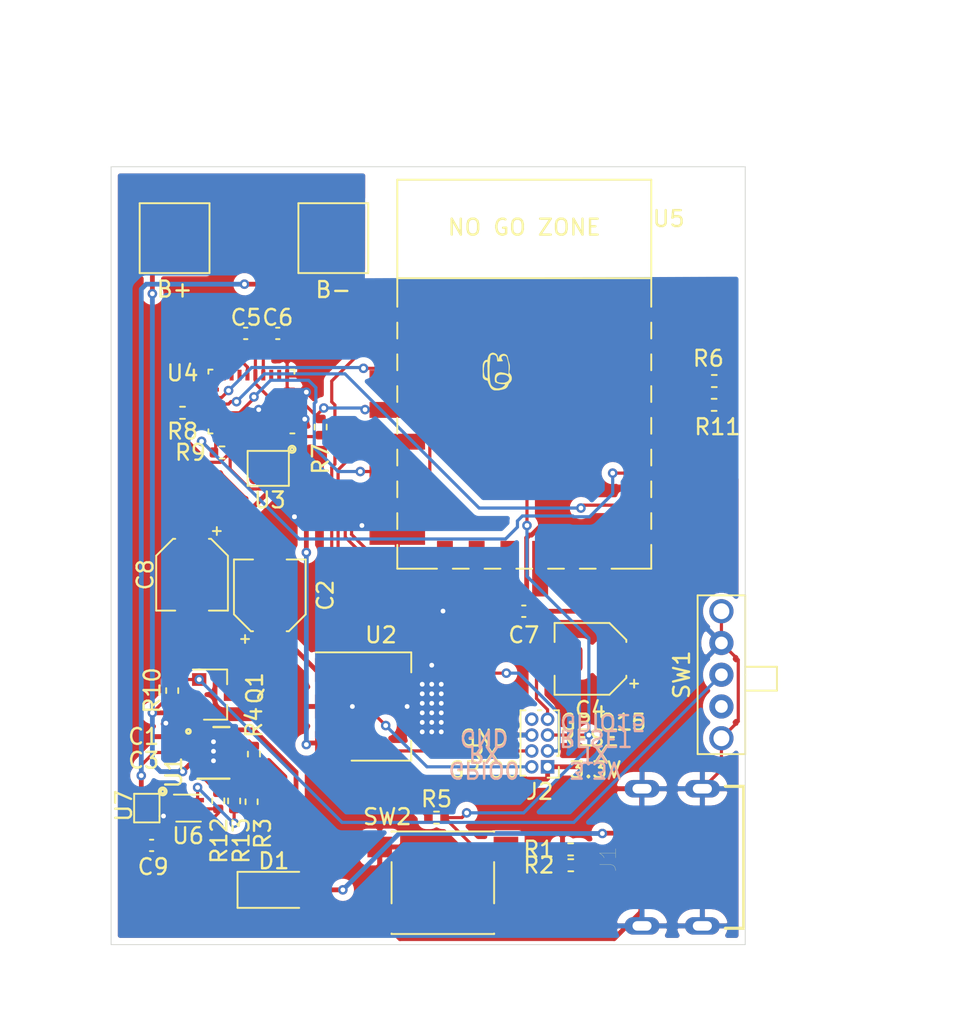
<source format=kicad_pcb>
(kicad_pcb (version 20171130) (host pcbnew "(5.1.9)-1")
  (layers (0 F.Cu signal) (31 B.Cu signal) (34 B.Paste user) (35 F.Paste user) (36 B.SilkS user) (37 F.SilkS user) (38 B.Mask user) (39 F.Mask user) (44 Edge.Cuts user))
  (net 0 "")
  (net 1 5v)
  (net 2 GPIO15)
  (net 3 B+)
  (net 4 3.3v)
  (net 5 "Net-(C6-Pad1)")
  (net 6 "Net-(D1-Pad1)")
  (net 7 "Net-(J1-PadB5)")
  (net 8 "Net-(J1-PadA5)")
  (net 9 GPIO0)
  (net 10 TX)
  (net 11 RX)
  (net 12 RESET)
  (net 13 CH_STAT)
  (net 14 CH_PROG)
  (net 15 "Net-(R6-Pad2)")
  (net 16 BOOTN)
  (net 17 H_SCL)
  (net 18 H_SDA)
  (net 19 "Net-(SW1-Pad1)")
  (net 20 "Net-(U1-Pad7)")
  (net 21 "Net-(U3-Pad3)")
  (net 22 "Net-(U4-Pad1)")
  (net 23 "Net-(U4-Pad24)")
  (net 24 "Net-(U4-Pad23)")
  (net 25 "Net-(U4-Pad22)")
  (net 26 "Net-(U4-Pad21)")
  (net 27 "Net-(U4-Pad7)")
  (net 28 "Net-(U4-Pad8)")
  (net 29 "Net-(U4-Pad12)")
  (net 30 "Net-(U4-Pad13)")
  (net 31 "Net-(U4-Pad14)")
  (net 32 "Net-(U4-Pad15)")
  (net 33 CS)
  (net 34 MOSI)
  (net 35 "Net-(U4-Pad16)")
  (net 36 "Net-(U5-Pad9)")
  (net 37 "Net-(U5-Pad2)")
  (net 38 "Net-(U5-Pad5)")
  (net 39 "Net-(U5-Pad10)")
  (net 40 "Net-(U5-Pad11)")
  (net 41 "Net-(U5-Pad12)")
  (net 42 "Net-(U5-Pad13)")
  (net 43 "Net-(U5-Pad14)")
  (net 44 GND)
  (net 45 "Net-(R11-Pad1)")
  (net 46 REG_IN)
  (net 47 B-)
  (net 48 "Net-(C9-Pad2)")
  (net 49 SW1)
  (net 50 "Net-(R13-Pad2)")
  (net 51 "Net-(U6-Pad3)")
  (net 52 "Net-(U6-Pad2)")
  (net 53 "Net-(U6-Pad1)")
  (module Package_TO_SOT_SMD:SOT-23 (layer F.Cu) (at 38.05 116.25)
    (fp_text reference Q1 (at 2.5 -0.4 90) (layer F.SilkS))
    (fp_text value SSM3J372R)
    (pad 3 smd rect (at 1 0) (size 0.9 0.8) (layers F.Cu F.Paste F.Mask) (net 46 REG_IN))
    (pad 2 smd rect (at -1 0.95) (size 0.9 0.8) (layers F.Cu F.Paste F.Mask) (net 3 B+))
    (pad 1 smd rect (at -1 -0.95) (size 0.9 0.8) (layers F.Cu F.Paste F.Mask) (net 49 SW1))
  )
  (module Capacitor_SMD:CP_Elec_4x4.5 (layer F.Cu) (at 36.6 108.7 270)
    (fp_text reference C8 (at 0 2.95 90) (layer F.SilkS))
    (fp_text value 1uf)
    (pad 2 smd roundrect (at 1.8 0 270) (size 2.6 1.6) (layers F.Cu F.Paste F.Mask) (roundrect_rratio 0.15625) (net 44 GND))
    (pad 1 smd roundrect (at -1.8 0 270) (size 2.6 1.6) (layers F.Cu F.Paste F.Mask) (roundrect_rratio 0.15625) (net 4 3.3v))
  )
  (module Package_DirectFET:4-XFLGA (layer F.Cu) (at 33.75 126.7 180)
    (fp_text reference U7 (at 1.45 3.45 90) (layer F.SilkS))
    (fp_text value CSD85302L)
    (pad 2 smd oval (at 0.26 3.6 180) (size 0.57 0.41) (layers F.Cu F.Paste F.Mask) (net 47 B-))
    (pad 4 smd oval (at -0.25 2.92 180) (size 0.57 0.41) (layers F.Cu F.Paste F.Mask) (net 44 GND))
    (pad 1 smd oval (at -0.41 3.69 180) (size 0.25 0.25) (layers F.Cu F.Paste F.Mask) (net 52 "Net-(U6-Pad2)"))
    (pad 3 smd oval (at 0.41 2.84 180) (size 0.25 0.25) (layers F.Cu F.Paste F.Mask) (net 51 "Net-(U6-Pad3)"))
  )
  (module Package_SON:WSON-6_1.5x1.5mm_P0.5mm (layer F.Cu) (at 36.4 123.4)
    (fp_text reference U6 (at -0.05 1.75 180) (layer F.SilkS))
    (fp_text value BQ297xy)
    (pad 6 smd rect (at 0.575 -0.5 270) (size 0.28 0.75) (layers F.Cu F.Paste F.Mask) (net 50 "Net-(R13-Pad2)"))
    (pad 5 smd rect (at 0.575 0 270) (size 0.28 0.75) (layers F.Cu F.Paste F.Mask) (net 48 "Net-(C9-Pad2)"))
    (pad 4 smd rect (at 0.575 0.5 270) (size 0.28 0.75) (layers F.Cu F.Paste F.Mask) (net 47 B-))
    (pad 3 smd rect (at -0.575 0.5 270) (size 0.28 0.75) (layers F.Cu F.Paste F.Mask) (net 51 "Net-(U6-Pad3)"))
    (pad 2 smd rect (at -0.575 0 270) (size 0.28 0.75) (layers F.Cu F.Paste F.Mask) (net 52 "Net-(U6-Pad2)"))
    (pad 1 smd rect (at -0.525 -0.5 270) (size 0.28 0.85) (layers F.Cu F.Paste F.Mask) (net 53 "Net-(U6-Pad1)"))
  )
  (module Resistor_SMD:R_0402_1005Metric (layer F.Cu) (at 39.25 122.95 270)
    (fp_text reference R13 (at 2.5 -0.45 90) (layer F.SilkS))
    (fp_text value 2.2k)
    (pad 2 smd roundrect (at 0.51 0 270) (size 0.54 0.64) (layers F.Cu F.Paste F.Mask) (net 50 "Net-(R13-Pad2)"))
    (pad 1 smd roundrect (at -0.51 0 270) (size 0.54 0.64) (layers F.Cu F.Paste F.Mask) (net 44 GND))
  )
  (module Resistor_SMD:R_0402_1005Metric (layer F.Cu) (at 38.25 122.94 90)
    (fp_text reference R12 (at -2.51 0.05 90) (layer F.SilkS))
    (fp_text value 330)
    (pad 2 smd roundrect (at 0.51 0 90) (size 0.54 0.64) (layers F.Cu F.Paste F.Mask) (net 3 B+))
    (pad 1 smd roundrect (at -0.51 0 90) (size 0.54 0.64) (layers F.Cu F.Paste F.Mask) (net 48 "Net-(C9-Pad2)"))
  )
  (module Capacitor_SMD:C_0402_1005Metric (layer F.Cu) (at 34.05 125.75)
    (fp_text reference C9 (at 0.1 1.35) (layer F.SilkS))
    (fp_text value 100nf)
    (pad 2 smd roundrect (at 0.48 0) (size 0.56 0.62) (layers F.Cu F.Paste F.Mask) (net 48 "Net-(C9-Pad2)"))
    (pad 1 smd roundrect (at -0.48 0) (size 0.56 0.62) (layers F.Cu F.Paste F.Mask) (net 47 B-))
  )
  (module TestPoint:amugus (layer B.Cu) (at 55.71 96.12)
    (fp_text reference G*** hide)
    (fp_text value amugus hide)
  )
  (module Package_DFN_QFN:DFN-8-1EP_2x3mm_P0.5mm_EP0.61x2.2mm (layer F.Cu) (at 37.95 119.92)
    (fp_text reference U1 (at -2.5 1.23 90) (layer F.SilkS))
    (fp_text value MCP73832-2-OT)
    (pad 1 smd rect (at -0.925 -0.75) (size 0.7 0.25) (layers F.Cu F.Paste F.Mask) (net 1 5v))
    (pad 2 smd rect (at -0.925 -0.25) (size 0.7 0.25) (layers F.Cu F.Paste F.Mask) (net 1 5v))
    (pad 3 smd rect (at -0.925 0.25) (size 0.7 0.25) (layers F.Cu F.Paste F.Mask) (net 3 B+))
    (pad 4 smd rect (at -0.925 0.75) (size 0.7 0.25) (layers F.Cu F.Paste F.Mask) (net 3 B+))
    (pad 5 smd rect (at 0.925 0.75) (size 0.7 0.25) (layers F.Cu F.Paste F.Mask) (net 13 CH_STAT))
    (pad 6 smd rect (at 0.925 0.25) (size 0.7 0.25) (layers F.Cu F.Paste F.Mask) (net 44 GND))
    (pad 7 smd rect (at 0.925 -0.25) (size 0.7 0.25) (layers F.Cu F.Paste F.Mask) (net 20 "Net-(U1-Pad7)"))
    (pad 8 smd rect (at 0.925 -0.75) (size 0.7 0.25) (layers F.Cu F.Paste F.Mask) (net 14 CH_PROG))
    (pad 9 smd rect (at 0 0) (size 0.61 2.2) (layers F.Cu F.Mask) (net 44 GND))
    (pad 9 thru_hole circle (at 0 -0.7) (size 0.6 0.6) (drill 0.3) (layers *.Cu *.Mask) (net 44 GND))
    (pad 9 thru_hole circle (at 0 -0.1) (size 0.6 0.6) (drill 0.3) (layers *.Cu *.Mask) (net 44 GND))
    (pad 9 thru_hole circle (at 0 0.5) (size 0.6 0.6) (drill 0.3) (layers *.Cu *.Mask) (net 44 GND))
  )
  (module Package_TO_SOT_SMD:SOT-223-3_TabPin2 (layer F.Cu) (at 48.5 117)
    (fp_text reference U2 (at 0 -4.5) (layer F.SilkS))
    (fp_text value TC1108-3.3)
    (pad 2 smd rect (at 3.15 0) (size 2 3.8) (layers F.Cu F.Paste F.Mask) (net 44 GND))
    (pad 2 smd rect (at -3.15 0) (size 2 1.5) (layers F.Cu F.Paste F.Mask) (net 44 GND))
    (pad 3 smd rect (at -3.15 2.3) (size 2 1.5) (layers F.Cu F.Paste F.Mask) (net 4 3.3v))
    (pad 1 smd rect (at -3.15 -2.3) (size 2 1.5) (layers F.Cu F.Paste F.Mask) (net 46 REG_IN))
    (pad 2 thru_hole circle (at 2.6 -1.4) (size 0.6 0.6) (drill 0.3) (layers *.Cu *.Mask) (net 44 GND))
    (pad 2 thru_hole circle (at 3.2 -1.4) (size 0.6 0.6) (drill 0.3) (layers *.Cu *.Mask) (net 44 GND))
    (pad 2 thru_hole circle (at 3.8 -1.4) (size 0.6 0.6) (drill 0.3) (layers *.Cu *.Mask) (net 44 GND))
    (pad 2 thru_hole circle (at 3.8 -0.8) (size 0.6 0.6) (drill 0.3) (layers *.Cu *.Mask) (net 44 GND))
    (pad 2 thru_hole circle (at 3.2 -0.8) (size 0.6 0.6) (drill 0.3) (layers *.Cu *.Mask) (net 44 GND))
    (pad 2 thru_hole circle (at 2.6 -0.8) (size 0.6 0.6) (drill 0.3) (layers *.Cu *.Mask) (net 44 GND))
    (pad 2 thru_hole circle (at 2.6 -0.2) (size 0.6 0.6) (drill 0.3) (layers *.Cu *.Mask) (net 44 GND))
    (pad 2 thru_hole circle (at 3.2 -0.2) (size 0.6 0.6) (drill 0.3) (layers *.Cu *.Mask) (net 44 GND))
    (pad 2 thru_hole circle (at 3.8 -0.2) (size 0.6 0.6) (drill 0.3) (layers *.Cu *.Mask) (net 44 GND))
    (pad 2 thru_hole circle (at 2.6 0.4) (size 0.6 0.6) (drill 0.3) (layers *.Cu *.Mask) (net 44 GND))
    (pad 2 thru_hole circle (at 3.2 0.4) (size 0.6 0.6) (drill 0.3) (layers *.Cu *.Mask) (net 44 GND))
    (pad 2 thru_hole circle (at 3.8 0.4) (size 0.6 0.6) (drill 0.3) (layers *.Cu *.Mask) (net 44 GND))
    (pad 2 thru_hole circle (at 2.6 1) (size 0.6 0.6) (drill 0.3) (layers *.Cu *.Mask) (net 44 GND))
    (pad 2 thru_hole circle (at 3.2 1) (size 0.6 0.6) (drill 0.3) (layers *.Cu *.Mask) (net 44 GND))
    (pad 2 thru_hole circle (at 3.8 1) (size 0.6 0.6) (drill 0.3) (layers *.Cu *.Mask) (net 44 GND))
    (pad 2 thru_hole circle (at 2.6 1.6) (size 0.6 0.6) (drill 0.3) (layers *.Cu *.Mask) (net 44 GND))
    (pad 2 thru_hole circle (at 3.2 1.6) (size 0.6 0.6) (drill 0.3) (layers *.Cu *.Mask) (net 44 GND))
    (pad 2 thru_hole circle (at 3.8 1.6) (size 0.6 0.6) (drill 0.3) (layers *.Cu *.Mask) (net 44 GND))
  )
  (module TestPoint:TestPoint_Pad_4.0x4.0mm (layer F.Cu) (at 45.5 87.5)
    (fp_text reference B- (at 0 3.25) (layer F.SilkS))
    (fp_text value TestPoint_Pad_4.0x4.0mm)
    (pad 1 smd rect (at 0 0) (size 4 4) (layers F.Cu F.Mask) (net 47 B-))
  )
  (module TestPoint:TestPoint_Pad_4.0x4.0mm (layer F.Cu) (at 35.5 87.5)
    (fp_text reference B+ (at 0 3.22) (layer F.SilkS))
    (fp_text value TestPoint_Pad_4.0x4.0mm)
    (pad 1 smd rect (at 0 0) (size 4 4) (layers F.Cu F.Mask) (net 3 B+))
  )
  (module Module:esp-12f (layer F.Cu) (at 49.53 83.82)
    (fp_text reference U5 (at 17.1 2.46) (layer F.SilkS))
    (fp_text value ESP-12F)
    (fp_text user "NO GO ZONE" (at 8 3) (layer F.SilkS))
    (pad 15 smd rect (at 0 22.5 90) (size 1 3.5) (layers F.Cu F.Paste F.Mask) (net 44 GND))
    (pad 3 smd rect (at 16 12.5 270) (size 1 3.5) (layers F.Cu F.Paste F.Mask) (net 15 "Net-(R6-Pad2)"))
    (pad 9 smd rect (at 13 24.5) (size 1 3.5) (layers F.Cu F.Paste F.Mask) (net 36 "Net-(U5-Pad9)"))
    (pad 2 smd rect (at 16 10.5 270) (size 1 3.5) (layers F.Cu F.Paste F.Mask) (net 37 "Net-(U5-Pad2)"))
    (pad 1 smd rect (at 16 8.5 270) (size 1 3.5) (layers F.Cu F.Paste F.Mask) (net 12 RESET))
    (pad 4 smd rect (at 16 14.5 270) (size 1 3.5) (layers F.Cu F.Paste F.Mask) (net 45 "Net-(R11-Pad1)"))
    (pad 5 smd rect (at 16 16.5 270) (size 1 3.5) (layers F.Cu F.Paste F.Mask) (net 38 "Net-(U5-Pad5)"))
    (pad 6 smd rect (at 16 18.5 270) (size 1 3.5) (layers F.Cu F.Paste F.Mask) (net 18 H_SDA))
    (pad 7 smd rect (at 16 20.5 270) (size 1 3.5) (layers F.Cu F.Paste F.Mask) (net 33 CS))
    (pad 8 smd rect (at 16 22.5 270) (size 1 3.5) (layers F.Cu F.Paste F.Mask) (net 4 3.3v))
    (pad 10 smd rect (at 11 24.5) (size 1 3.5) (layers F.Cu F.Paste F.Mask) (net 39 "Net-(U5-Pad10)"))
    (pad 11 smd rect (at 9 24.5) (size 1 3.5) (layers F.Cu F.Paste F.Mask) (net 40 "Net-(U5-Pad11)"))
    (pad 12 smd rect (at 7 24.5) (size 1 3.5) (layers F.Cu F.Paste F.Mask) (net 41 "Net-(U5-Pad12)"))
    (pad 13 smd rect (at 5 24.5) (size 1 3.5) (layers F.Cu F.Paste F.Mask) (net 42 "Net-(U5-Pad13)"))
    (pad 14 smd rect (at 3 24.5) (size 1 3.5) (layers F.Cu F.Paste F.Mask) (net 43 "Net-(U5-Pad14)"))
    (pad 16 smd rect (at 0 20.5 90) (size 1 3.5) (layers F.Cu F.Paste F.Mask) (net 2 GPIO15))
    (pad 17 smd rect (at 0 18.5 90) (size 1 3.5) (layers F.Cu F.Paste F.Mask) (net 17 H_SCL))
    (pad 18 smd rect (at 0 16.5 90) (size 1 3.5) (layers F.Cu F.Paste F.Mask) (net 9 GPIO0))
    (pad 19 smd rect (at 0 14.5 90) (size 1 3.5) (layers F.Cu F.Paste F.Mask) (net 16 BOOTN))
    (pad 20 smd rect (at 0 12.5 90) (size 1 3.5) (layers F.Cu F.Paste F.Mask) (net 34 MOSI))
    (pad 21 smd rect (at 0 10.5 90) (size 1 3.5) (layers F.Cu F.Paste F.Mask) (net 11 RX))
    (pad 22 smd rect (at 0 8.5 90) (size 1 3.5) (layers F.Cu F.Paste F.Mask) (net 10 TX))
  )
  (module Capacitor_SMD:C_0201_0603Metric (layer F.Cu) (at 35.205 118.9 180)
    (fp_text reference C1 (at 1.655 0) (layer F.SilkS))
    (fp_text value 4.7uf)
    (pad 1 smd roundrect (at -0.32 0 180) (size 0.46 0.4) (layers F.Cu F.Mask) (net 1 5v))
    (pad 2 smd roundrect (at 0.32 0 180) (size 0.46 0.4) (layers F.Cu F.Mask) (net 44 GND))
  )
  (module Capacitor_SMD:CP_Elec_4x4.5 (layer F.Cu) (at 41.5 110 90)
    (fp_text reference C2 (at 0 3.5 90) (layer F.SilkS))
    (fp_text value 1uf)
    (pad 2 smd roundrect (at 1.8 0 90) (size 2.6 1.6) (layers F.Cu F.Paste F.Mask) (roundrect_rratio 0.15625) (net 44 GND))
    (pad 1 smd roundrect (at -1.8 0 90) (size 2.6 1.6) (layers F.Cu F.Paste F.Mask) (roundrect_rratio 0.15625) (net 46 REG_IN))
  )
  (module Capacitor_SMD:C_0201_0603Metric (layer F.Cu) (at 35.23 119.9)
    (fp_text reference C3 (at -1.68 0.5) (layer F.SilkS))
    (fp_text value 4.7uf)
    (pad 2 smd roundrect (at 0.32 0) (size 0.46 0.4) (layers F.Cu F.Mask) (net 3 B+))
    (pad 1 smd roundrect (at -0.32 0) (size 0.46 0.4) (layers F.Cu F.Mask) (net 47 B-))
  )
  (module Capacitor_SMD:CP_Elec_4x4.5 (layer F.Cu) (at 61.7 114 180)
    (fp_text reference C4 (at 0 -3.2) (layer F.SilkS))
    (fp_text value 1uf)
    (pad 1 smd roundrect (at -1.8 0 180) (size 2.6 1.6) (layers F.Cu F.Paste F.Mask) (roundrect_rratio 0.15625) (net 4 3.3v))
    (pad 2 smd roundrect (at 1.8 0 180) (size 2.6 1.6) (layers F.Cu F.Paste F.Mask) (roundrect_rratio 0.15625) (net 44 GND))
  )
  (module Capacitor_SMD:C_0402_1005Metric (layer F.Cu) (at 39.98 93.5 180)
    (fp_text reference C5 (at -0.02 1) (layer F.SilkS))
    (fp_text value 100nf)
    (pad 1 smd roundrect (at -0.48 0 180) (size 0.56 0.62) (layers F.Cu F.Paste F.Mask) (net 4 3.3v))
    (pad 2 smd roundrect (at 0.48 0 180) (size 0.56 0.62) (layers F.Cu F.Paste F.Mask) (net 44 GND))
  )
  (module Capacitor_SMD:C_0402_1005Metric (layer F.Cu) (at 42 93.5)
    (fp_text reference C6 (at 0 -1) (layer F.SilkS))
    (fp_text value 100nf)
    (pad 1 smd roundrect (at -0.48 0) (size 0.56 0.62) (layers F.Cu F.Paste F.Mask) (net 5 "Net-(C6-Pad1)"))
    (pad 2 smd roundrect (at 0.48 0) (size 0.56 0.62) (layers F.Cu F.Paste F.Mask) (net 44 GND))
  )
  (module Capacitor_SMD:C_0402_1005Metric (layer F.Cu) (at 57.5 111)
    (fp_text reference C7 (at 0 1.5) (layer F.SilkS))
    (fp_text value 100nf)
    (pad 2 smd roundrect (at 0.48 0) (size 0.56 0.62) (layers F.Cu F.Paste F.Mask) (net 4 3.3v))
    (pad 1 smd roundrect (at -0.48 0) (size 0.56 0.62) (layers F.Cu F.Paste F.Mask) (net 44 GND))
  )
  (module Diode_SMD:D_1206_3216Metric (layer F.Cu) (at 41.75 128.55)
    (fp_text reference D1 (at 0 -1.82) (layer F.SilkS))
    (fp_text value c-stat)
    (pad 1 smd roundrect (at -1.4 0) (size 1.25 1.75) (layers F.Cu F.Paste F.Mask) (roundrect_rratio 0.2) (net 6 "Net-(D1-Pad1)"))
    (pad 2 smd roundrect (at 1.4 0) (size 1.25 1.75) (layers F.Cu F.Paste F.Mask) (roundrect_rratio 0.2) (net 1 5v))
  )
  (module Connector_USB:GCT_USB4125-GF-A_REVA (layer F.Cu) (at 64.95 126.5 90)
    (fp_text reference J1 (at -0.125 -2.135 90) (layer F.SilkS) (effects (font (thickness 0.015))))
    (fp_text value USB4125-GF-A_REVA)
    (pad S4 thru_hole oval (at 4.32 3.8 90) (size 1.1 2.2) (drill oval 0.6 1.2) (layers *.Cu *.Mask) (net 44 GND))
    (pad S3 thru_hole oval (at -4.32 3.8 90) (size 1.1 2.2) (drill oval 0.6 1.2) (layers *.Cu *.Mask) (net 44 GND))
    (pad S2 thru_hole oval (at 4.32 0 90) (size 1.1 2.2) (drill oval 0.6 1.2) (layers *.Cu *.Mask) (net 44 GND))
    (pad S1 thru_hole oval (at -4.32 0 90) (size 1.1 2.2) (drill oval 0.6 1.2) (layers *.Cu *.Mask) (net 44 GND))
    (pad B5 smd rect (at 0.5 -0.08 90) (size 0.7 1.2) (layers F.Cu F.Paste F.Mask) (net 7 "Net-(J1-PadB5)"))
    (pad A5 smd rect (at -0.5 -0.08 90) (size 0.7 1.2) (layers F.Cu F.Paste F.Mask) (net 8 "Net-(J1-PadA5)"))
    (pad A9 smd rect (at 1.52 -0.08 90) (size 0.76 1.2) (layers F.Cu F.Paste F.Mask) (net 1 5v))
    (pad B9 smd rect (at -1.52 -0.08 90) (size 0.76 1.2) (layers F.Cu F.Paste F.Mask) (net 1 5v))
    (pad A12 smd rect (at 2.75 -0.08 90) (size 0.8 1.2) (layers F.Cu F.Paste F.Mask) (net 44 GND))
    (pad B12 smd rect (at -2.75 -0.08 90) (size 0.8 1.2) (layers F.Cu F.Paste F.Mask) (net 44 GND))
  )
  (module Connector_PinHeader_1.00mm:PinHeader_2x04_P1.00mm_Vertical (layer F.Cu) (at 59 120.8 180)
    (fp_text reference J2 (at 0.5 -1.56) (layer F.SilkS))
    (fp_text value "esp program")
    (pad 1 thru_hole rect (at 0 0 180) (size 0.85 0.85) (drill 0.5) (layers *.Cu *.Mask) (net 4 3.3v))
    (pad 2 thru_hole oval (at 1 0 180) (size 0.85 0.85) (drill 0.5) (layers *.Cu *.Mask) (net 9 GPIO0))
    (pad 3 thru_hole oval (at 0 1 180) (size 0.85 0.85) (drill 0.5) (layers *.Cu *.Mask) (net 10 TX))
    (pad 4 thru_hole oval (at 1 1 180) (size 0.85 0.85) (drill 0.5) (layers *.Cu *.Mask) (net 11 RX))
    (pad 5 thru_hole oval (at 0 2 180) (size 0.85 0.85) (drill 0.5) (layers *.Cu *.Mask) (net 12 RESET))
    (pad 6 thru_hole oval (at 1 2 180) (size 0.85 0.85) (drill 0.5) (layers *.Cu *.Mask) (net 44 GND))
    (pad 7 thru_hole oval (at 0 3 180) (size 0.85 0.85) (drill 0.5) (layers *.Cu *.Mask) (net 2 GPIO15))
    (pad 8 thru_hole oval (at 1 3 180) (size 0.85 0.85) (drill 0.5) (layers *.Cu *.Mask))
  )
  (module Resistor_SMD:R_0402_1005Metric (layer F.Cu) (at 60.45 126 180)
    (fp_text reference R1 (at 2 0) (layer F.SilkS))
    (fp_text value 5.1k)
    (pad 2 smd roundrect (at 0.51 0 180) (size 0.54 0.64) (layers F.Cu F.Paste F.Mask) (net 44 GND))
    (pad 1 smd roundrect (at -0.51 0 180) (size 0.54 0.64) (layers F.Cu F.Paste F.Mask) (net 7 "Net-(J1-PadB5)"))
  )
  (module Resistor_SMD:R_0402_1005Metric (layer F.Cu) (at 60.46 127 180)
    (fp_text reference R2 (at 2.01 0) (layer F.SilkS))
    (fp_text value 5.1k)
    (pad 1 smd roundrect (at -0.51 0 180) (size 0.54 0.64) (layers F.Cu F.Paste F.Mask) (net 8 "Net-(J1-PadA5)"))
    (pad 2 smd roundrect (at 0.51 0 180) (size 0.54 0.64) (layers F.Cu F.Paste F.Mask) (net 44 GND))
  )
  (module Resistor_SMD:R_0402_1005Metric (layer F.Cu) (at 40.35 123 270)
    (fp_text reference R3 (at 2 -0.7 90) (layer F.SilkS))
    (fp_text value 470)
    (pad 1 smd roundrect (at -0.51 0 270) (size 0.54 0.64) (layers F.Cu F.Paste F.Mask) (net 13 CH_STAT))
    (pad 2 smd roundrect (at 0.51 0 270) (size 0.54 0.64) (layers F.Cu F.Paste F.Mask) (net 6 "Net-(D1-Pad1)"))
  )
  (module Resistor_SMD:R_0402_1005Metric (layer F.Cu) (at 40.5 120 90)
    (fp_text reference R4 (at 2 0 90) (layer F.SilkS))
    (fp_text value 2k)
    (pad 2 smd roundrect (at 0.51 0 90) (size 0.54 0.64) (layers F.Cu F.Paste F.Mask) (net 14 CH_PROG))
    (pad 1 smd roundrect (at -0.51 0 90) (size 0.54 0.64) (layers F.Cu F.Paste F.Mask) (net 44 GND))
  )
  (module Resistor_SMD:R_0402_1005Metric (layer F.Cu) (at 52 124)
    (fp_text reference R5 (at 0 -1.17) (layer F.SilkS))
    (fp_text value 10k)
    (pad 2 smd roundrect (at 0.51 0) (size 0.54 0.64) (layers F.Cu F.Paste F.Mask) (net 12 RESET))
    (pad 1 smd roundrect (at -0.51 0) (size 0.54 0.64) (layers F.Cu F.Paste F.Mask) (net 4 3.3v))
  )
  (module Resistor_SMD:R_0402_1005Metric (layer F.Cu) (at 69.5 96.5 180)
    (fp_text reference R6 (at 0.37 1.42) (layer F.SilkS))
    (fp_text value 10k)
    (pad 1 smd roundrect (at -0.51 0 180) (size 0.54 0.64) (layers F.Cu F.Paste F.Mask) (net 4 3.3v))
    (pad 2 smd roundrect (at 0.51 0 180) (size 0.54 0.64) (layers F.Cu F.Paste F.Mask) (net 15 "Net-(R6-Pad2)"))
  )
  (module Resistor_SMD:R_0402_1005Metric (layer F.Cu) (at 44.7 99.4 90)
    (fp_text reference R7 (at -2.01 0 90) (layer F.SilkS))
    (fp_text value 2.2k)
    (pad 2 smd roundrect (at 0.51 0 90) (size 0.54 0.64) (layers F.Cu F.Paste F.Mask) (net 16 BOOTN))
    (pad 1 smd roundrect (at -0.51 0 90) (size 0.54 0.64) (layers F.Cu F.Paste F.Mask) (net 4 3.3v))
  )
  (module Resistor_SMD:R_0402_1005Metric (layer F.Cu) (at 36 98.5 180)
    (fp_text reference R8 (at 0 -1.17) (layer F.SilkS))
    (fp_text value 2.2k)
    (pad 1 smd roundrect (at -0.51 0 180) (size 0.54 0.64) (layers F.Cu F.Paste F.Mask) (net 17 H_SCL))
    (pad 2 smd roundrect (at 0.51 0 180) (size 0.54 0.64) (layers F.Cu F.Paste F.Mask) (net 4 3.3v))
  )
  (module Resistor_SMD:R_0402_1005Metric (layer F.Cu) (at 38.49 101)
    (fp_text reference R9 (at -1.99 0) (layer F.SilkS))
    (fp_text value 2.2k)
    (pad 1 smd roundrect (at -0.51 0) (size 0.54 0.64) (layers F.Cu F.Paste F.Mask) (net 18 H_SDA))
    (pad 2 smd roundrect (at 0.51 0) (size 0.54 0.64) (layers F.Cu F.Paste F.Mask) (net 4 3.3v))
  )
  (module Resistor_SMD:R_0402_1005Metric (layer F.Cu) (at 35.35 116 270)
    (fp_text reference R10 (at -0.01 1.26 90) (layer F.SilkS))
    (fp_text value 10k)
    (pad 1 smd roundrect (at -0.51 0 270) (size 0.54 0.64) (layers F.Cu F.Paste F.Mask) (net 49 SW1))
    (pad 2 smd roundrect (at 0.51 0 270) (size 0.54 0.64) (layers F.Cu F.Paste F.Mask) (net 3 B+))
  )
  (module Resistor_SMD:R_0402_1005Metric (layer F.Cu) (at 69.49 98)
    (fp_text reference R11 (at 0.21 1.39) (layer F.SilkS))
    (fp_text value 10k)
    (pad 2 smd roundrect (at 0.51 0) (size 0.54 0.64) (layers F.Cu F.Paste F.Mask) (net 44 GND))
    (pad 1 smd roundrect (at -0.51 0) (size 0.54 0.64) (layers F.Cu F.Paste F.Mask) (net 45 "Net-(R11-Pad1)"))
  )
  (module Button_Switch_THT:A107673 (layer F.Cu) (at 66.95 115 90)
    (fp_text reference SW1 (at 0 0.5 90) (layer F.SilkS))
    (fp_text value SW_SPDT)
    (pad 1 thru_hole circle (at -2 3 90) (size 1.524 1.524) (drill 0.8) (layers *.Cu *.Mask) (net 19 "Net-(SW1-Pad1)"))
    (pad 2 thru_hole circle (at 0 3 90) (size 1.524 1.524) (drill 0.8) (layers *.Cu *.Mask) (net 49 SW1))
    (pad 3 thru_hole circle (at 2 3 90) (size 1.524 1.524) (drill 0.8) (layers *.Cu *.Mask) (net 44 GND))
    (pad 4 thru_hole circle (at 4 3 90) (size 1.524 1.524) (drill 1) (layers *.Cu *.Mask) (net 44 GND))
    (pad 5 thru_hole circle (at -4 3 90) (size 1.524 1.524) (drill 1) (layers *.Cu *.Mask) (net 44 GND))
  )
  (module Button_Switch_SMD:SW_Push_1P1T_NO_6x6mm_H9.5mm (layer F.Cu) (at 52.4 128.1)
    (fp_text reference SW2 (at -3.5 -4.15) (layer F.SilkS))
    (fp_text value SW_MEC_5E)
    (pad 2 smd rect (at -3.975 2.25) (size 1.55 1.3) (layers F.Cu F.Paste F.Mask) (net 44 GND))
    (pad 1 smd rect (at -3.975 -2.25) (size 1.55 1.3) (layers F.Cu F.Paste F.Mask) (net 44 GND))
    (pad 3 smd rect (at 3.975 -2.25) (size 1.55 1.3) (layers F.Cu F.Paste F.Mask) (net 12 RESET))
    (pad 4 smd rect (at 3.975 2.25) (size 1.55 1.3) (layers F.Cu F.Paste F.Mask) (net 12 RESET))
  )
  (module Oscillator:kc2016 (layer F.Cu) (at 42 103 180)
    (fp_text reference U3 (at 0.5 -1) (layer F.SilkS))
    (fp_text value "KC2016 @ 32.768MHZ")
    (pad 1 smd rect (at -0.3 1.6 180) (size 0.6 0.8) (layers F.Cu F.Paste F.Mask) (net 4 3.3v))
    (pad 2 smd oval (at 1.5 1.6 180) (size 0.6 0.8) (layers F.Cu F.Paste F.Mask) (net 44 GND))
    (pad 4 smd oval (at -0.3 0.4 180) (size 0.6 0.8) (layers F.Cu F.Paste F.Mask) (net 4 3.3v))
    (pad 3 smd oval (at 1.5 0.4 180) (size 0.6 0.8) (layers F.Cu F.Paste F.Mask) (net 21 "Net-(U3-Pad3)"))
  )
  (module Package_LGA:LGA-28_5.2x3.8mm_P0.5mm (layer F.Cu) (at 40.34 97.79 180)
    (fp_text reference U4 (at 4.34 1.79) (layer F.SilkS))
    (fp_text value BNO085)
    (pad 19 smd rect (at 2.3875 -0.75 270) (size 0.254 0.675) (layers F.Cu F.Paste F.Mask) (net 17 H_SCL))
    (pad 6 smd rect (at -2.25 1.6625 180) (size 0.254 0.675) (layers F.Cu F.Paste F.Mask) (net 44 GND))
    (pad 2 smd rect (at -2.3875 -0.75 270) (size 0.254 0.675) (layers F.Cu F.Paste F.Mask) (net 44 GND))
    (pad 1 smd rect (at -2.25 -1.6625 180) (size 0.254 0.675) (layers F.Cu F.Paste F.Mask) (net 22 "Net-(U4-Pad1)"))
    (pad 3 smd rect (at -2.3875 -0.25 270) (size 0.254 0.675) (layers F.Cu F.Paste F.Mask) (net 4 3.3v))
    (pad 4 smd rect (at -2.3875 0.25 270) (size 0.254 0.675) (layers F.Cu F.Paste F.Mask) (net 16 BOOTN))
    (pad 5 smd rect (at -2.3875 0.75 270) (size 0.254 0.675) (layers F.Cu F.Paste F.Mask) (net 44 GND))
    (pad 28 smd rect (at -1.75 -1.6625 180) (size 0.254 0.675) (layers F.Cu F.Paste F.Mask) (net 4 3.3v))
    (pad 27 smd rect (at -1.25 -1.6625 180) (size 0.254 0.675) (layers F.Cu F.Paste F.Mask) (net 21 "Net-(U3-Pad3)"))
    (pad 26 smd rect (at -0.75 -1.6625 180) (size 0.254 0.675) (layers F.Cu F.Paste F.Mask) (net 4 3.3v))
    (pad 25 smd rect (at -0.25 -1.6625 180) (size 0.254 0.675) (layers F.Cu F.Paste F.Mask) (net 44 GND))
    (pad 24 smd rect (at 0.25 -1.6625 180) (size 0.254 0.675) (layers F.Cu F.Paste F.Mask) (net 23 "Net-(U4-Pad24)"))
    (pad 23 smd rect (at 0.75 -1.6625 180) (size 0.254 0.675) (layers F.Cu F.Paste F.Mask) (net 24 "Net-(U4-Pad23)"))
    (pad 22 smd rect (at 1.25 -1.6625 180) (size 0.254 0.675) (layers F.Cu F.Paste F.Mask) (net 25 "Net-(U4-Pad22)"))
    (pad 21 smd rect (at 1.75 -1.6625 180) (size 0.254 0.675) (layers F.Cu F.Paste F.Mask) (net 26 "Net-(U4-Pad21)"))
    (pad 20 smd rect (at 2.25 -1.6625 180) (size 0.254 0.675) (layers F.Cu F.Paste F.Mask) (net 18 H_SDA))
    (pad 7 smd rect (at -1.75 1.6625 180) (size 0.254 0.675) (layers F.Cu F.Paste F.Mask) (net 27 "Net-(U4-Pad7)"))
    (pad 8 smd rect (at -1.25 1.6625 180) (size 0.254 0.675) (layers F.Cu F.Paste F.Mask) (net 28 "Net-(U4-Pad8)"))
    (pad 9 smd rect (at -0.75 1.6625 180) (size 0.254 0.675) (layers F.Cu F.Paste F.Mask) (net 5 "Net-(C6-Pad1)"))
    (pad 10 smd rect (at -0.25 1.6625 180) (size 0.254 0.675) (layers F.Cu F.Paste F.Mask) (net 4 3.3v))
    (pad 11 smd rect (at 0.25 1.6625 180) (size 0.254 0.675) (layers F.Cu F.Paste F.Mask) (net 12 RESET))
    (pad 12 smd rect (at 0.75 1.6625 180) (size 0.254 0.675) (layers F.Cu F.Paste F.Mask) (net 29 "Net-(U4-Pad12)"))
    (pad 13 smd rect (at 1.25 1.6625 180) (size 0.254 0.675) (layers F.Cu F.Paste F.Mask) (net 30 "Net-(U4-Pad13)"))
    (pad 14 smd rect (at 1.75 1.6625 180) (size 0.254 0.675) (layers F.Cu F.Paste F.Mask) (net 31 "Net-(U4-Pad14)"))
    (pad 15 smd rect (at 2.25 1.6625 180) (size 0.254 0.675) (layers F.Cu F.Paste F.Mask) (net 32 "Net-(U4-Pad15)"))
    (pad 18 smd rect (at 2.3875 -0.25 270) (size 0.254 0.675) (layers F.Cu F.Paste F.Mask) (net 33 CS))
    (pad 17 smd rect (at 2.3875 0.25 270) (size 0.254 0.675) (layers F.Cu F.Paste F.Mask) (net 34 MOSI))
    (pad 16 smd rect (at 2.3875 0.75 270) (size 0.254 0.675) (layers F.Cu F.Paste F.Mask) (net 35 "Net-(U4-Pad16)"))
  )
  (gr_circle (center 36.37 118.57) (end 36.5 118.49) (layer F.SilkS) (width 0.12))
  (gr_circle (center 36.37 118.57) (end 36.38 118.53) (layer F.SilkS) (width 0.12))
  (gr_line (start 71.45 83) (end 31.5 83) (layer Edge.Cuts) (width 0.05))
  (gr_line (start 31.5 132) (end 71.45 132) (layer Edge.Cuts) (width 0.05))
  (gr_text GND (at 55 119) (layer F.SilkS) (effects (font (size 1 1))))
  (gr_text RX (at 55 120) (layer F.SilkS) (effects (font (size 1 1))))
  (gr_text GPIO0 (at 55 121) (layer F.SilkS) (effects (font (size 1 1))))
  (gr_text GPIO15 (at 62.5 118) (layer F.SilkS) (effects (font (size 1 1))))
  (gr_text RESET (at 62 119) (layer F.SilkS) (effects (font (size 1 1))))
  (gr_text TX (at 62 120) (layer F.SilkS) (effects (font (size 1 1))))
  (gr_text 3.3V (at 62 121) (layer F.SilkS) (effects (font (size 1 1))))
  (gr_text GPIO15 (at 62.5 118 180) (layer B.SilkS) (effects (font (size 1 1)) (justify mirror)))
  (gr_text RESET (at 62 119 180) (layer B.SilkS) (effects (font (size 1 1)) (justify mirror)))
  (gr_text TX (at 62 120 180) (layer B.SilkS) (effects (font (size 1 1)) (justify mirror)))
  (gr_text 3.3V (at 62 121 180) (layer B.SilkS) (effects (font (size 1 1)) (justify mirror)))
  (gr_text GND (at 55 119 180) (layer B.SilkS) (effects (font (size 1 1)) (justify mirror)))
  (gr_text RX (at 55 120 180) (layer B.SilkS) (effects (font (size 1 1)) (justify mirror)))
  (gr_text GPIO0 (at 55 121 180) (layer B.SilkS) (effects (font (size 1 1)) (justify mirror)))
  (gr_line (start 31.5 83) (end 31.5 132) (layer Edge.Cuts) (width 0.05))
  (gr_line (start 71.45 83) (end 71.45 132) (layer Edge.Cuts) (width 0.05))
  (via (at 43.8 97.2) (size 0.6) (drill 0.3) (layers F.Cu B.Cu) (net 44))
  (via (at 40.8 98.3) (size 0.6) (drill 0.3) (layers F.Cu B.Cu) (net 44))
  (via (at 43.7 98.9) (size 0.6) (drill 0.3) (layers F.Cu B.Cu) (net 44))
  (via (at 44.9 98.2) (size 0.6) (drill 0.3) (layers F.Cu B.Cu) (net 16))
  (via (at 47.4 95.7) (size 0.6) (drill 0.3) (layers F.Cu B.Cu) (net 34))
  (via (at 36 121.1) (size 0.6) (drill 0.3) (layers F.Cu B.Cu) (net 3))
  (via (at 57.7 105.6) (size 0.6) (drill 0.3) (layers F.Cu B.Cu) (net 12))
  (via (at 61.1 104.5) (size 0.6) (drill 0.3) (layers F.Cu B.Cu) (net 33))
  (via (at 34.1 91) (size 0.6) (drill 0.3) (layers F.Cu B.Cu) (net 3))
  (via (at 53.9 123.7) (size 0.6) (drill 0.3) (layers F.Cu B.Cu) (net 12))
  (via (at 48.8 118.2) (size 0.6) (drill 0.3) (layers F.Cu B.Cu) (net 9))
  (segment (start 65.67 124.98) (end 64.87 124.98) (width 0.2) (layer F.Cu) (net 1))
  (segment (start 65.770001 125.080001) (end 65.67 124.98) (width 0.2) (layer F.Cu) (net 1))
  (segment (start 65.770001 127.590001) (end 65.770001 125.080001) (width 0.2) (layer F.Cu) (net 1))
  (segment (start 65.340002 128.02) (end 65.770001 127.590001) (width 0.2) (layer F.Cu) (net 1))
  (segment (start 64.87 128.02) (end 65.340002 128.02) (width 0.2) (layer F.Cu) (net 1))
  (segment (start 62.47 124.98) (end 62.45 125) (width 0.3) (layer F.Cu) (net 1))
  (segment (start 64.87 124.98) (end 62.47 124.98) (width 0.3) (layer F.Cu) (net 1))
  (segment (start 62.45 125) (end 62.45 125) (width 0.3) (layer B.Cu) (net 1))
  (segment (start 37.025 119.17) (end 37.025 119.67) (width 0.3) (layer F.Cu) (net 1))
  (via (at 62.45 125) (size 0.6) (drill 0.3) (layers F.Cu B.Cu) (net 1))
  (segment (start 46.649999 106.164001) (end 52.285998 111.8) (width 0.2) (layer F.Cu) (net 2))
  (segment (start 46.649999 105.250001) (end 46.649999 106.164001) (width 0.2) (layer F.Cu) (net 2))
  (segment (start 47.58 104.32) (end 46.649999 105.250001) (width 0.2) (layer F.Cu) (net 2))
  (segment (start 49.53 104.32) (end 47.58 104.32) (width 0.2) (layer F.Cu) (net 2))
  (segment (start 52.285998 111.8) (end 56 111.8) (width 0.2) (layer F.Cu) (net 2))
  (segment (start 56 111.8) (end 58.3 114.1) (width 0.2) (layer F.Cu) (net 2))
  (segment (start 59 117.19896) (end 59 117.8) (width 0.2) (layer F.Cu) (net 2))
  (segment (start 58.3 116.49896) (end 59 117.19896) (width 0.2) (layer F.Cu) (net 2))
  (segment (start 58.3 114.1) (end 58.3 116.49896) (width 0.2) (layer F.Cu) (net 2))
  (segment (start 34 89) (end 35.5 87.5) (width 0.3) (layer F.Cu) (net 3))
  (segment (start 34.1 88.9) (end 35.5 87.5) (width 0.3) (layer F.Cu) (net 3))
  (segment (start 34.1 91) (end 34.1 88.9) (width 0.3) (layer F.Cu) (net 3))
  (segment (start 37.025 120.67) (end 37.025 120.17) (width 0.3) (layer F.Cu) (net 3))
  (segment (start 36.43 120.67) (end 36 121.1) (width 0.3) (layer F.Cu) (net 3))
  (segment (start 37.025 120.67) (end 36.43 120.67) (width 0.3) (layer F.Cu) (net 3))
  (segment (start 34.611998 121.1) (end 34.099999 120.588001) (width 0.3) (layer B.Cu) (net 3))
  (segment (start 34.099999 120.588001) (end 34.1 117.4) (width 0.3) (layer B.Cu) (net 3))
  (segment (start 36 121.1) (end 34.611998 121.1) (width 0.3) (layer B.Cu) (net 3))
  (segment (start 42.09 101.19) (end 42.09 99.4525) (width 0.2) (layer F.Cu) (net 4))
  (segment (start 42.3 101.4) (end 42.09 101.19) (width 0.2) (layer F.Cu) (net 4))
  (segment (start 42.222998 98.04) (end 42.7275 98.04) (width 0.2) (layer F.Cu) (net 4))
  (segment (start 42.089999 98.172999) (end 42.222998 98.04) (width 0.2) (layer F.Cu) (net 4))
  (segment (start 42.09 99.4525) (end 42.089999 98.172999) (width 0.2) (layer F.Cu) (net 4))
  (segment (start 41.09 98.915) (end 41.09 99.4525) (width 0.2) (layer F.Cu) (net 4))
  (segment (start 41.190001 98.814999) (end 41.09 98.915) (width 0.2) (layer F.Cu) (net 4))
  (segment (start 41.989999 98.814999) (end 41.190001 98.814999) (width 0.2) (layer F.Cu) (net 4))
  (segment (start 42.09 98.915) (end 41.989999 98.814999) (width 0.2) (layer F.Cu) (net 4))
  (segment (start 42.09 99.4525) (end 42.09 98.915) (width 0.2) (layer F.Cu) (net 4))
  (segment (start 40.59 96.665) (end 40.59 96.1275) (width 0.2) (layer F.Cu) (net 4))
  (segment (start 41.965 98.04) (end 40.59 96.665) (width 0.2) (layer F.Cu) (net 4))
  (segment (start 42.7275 98.04) (end 41.965 98.04) (width 0.2) (layer F.Cu) (net 4))
  (segment (start 40.59 93.63) (end 40.46 93.5) (width 0.2) (layer F.Cu) (net 4))
  (segment (start 40.59 96.1275) (end 40.59 93.63) (width 0.2) (layer F.Cu) (net 4))
  (segment (start 41.59999 103.30001) (end 42.3 102.6) (width 0.2) (layer F.Cu) (net 4))
  (segment (start 40.251468 103.30001) (end 41.59999 103.30001) (width 0.2) (layer F.Cu) (net 4))
  (segment (start 39 102.048542) (end 40.251468 103.30001) (width 0.2) (layer F.Cu) (net 4))
  (segment (start 39 101) (end 39 102.048542) (width 0.2) (layer F.Cu) (net 4))
  (segment (start 35.49 99.445198) (end 35.49 98.5) (width 0.2) (layer F.Cu) (net 4))
  (segment (start 37.664812 101.62001) (end 35.49 99.445198) (width 0.2) (layer F.Cu) (net 4))
  (segment (start 38.37999 101.62001) (end 37.664812 101.62001) (width 0.2) (layer F.Cu) (net 4))
  (segment (start 39 101) (end 38.37999 101.62001) (width 0.2) (layer F.Cu) (net 4))
  (segment (start 45.35 119.3) (end 46.79 119.3) (width 0.2) (layer F.Cu) (net 4))
  (segment (start 65.53 108.110002) (end 65.53 106.32) (width 0.2) (layer F.Cu) (net 4))
  (segment (start 43.7 100) (end 42.3 101.4) (width 0.2) (layer F.Cu) (net 4))
  (segment (start 44.5 100) (end 43.7 100) (width 0.2) (layer F.Cu) (net 4))
  (segment (start 42.3 102.6) (end 42.3 101.4) (width 0.2) (layer F.Cu) (net 4))
  (segment (start 62.826998 114) (end 63.5 114) (width 0.2) (layer F.Cu) (net 4))
  (segment (start 59 120.8) (end 59.073002 120.8) (width 0.2) (layer F.Cu) (net 4))
  (segment (start 63.5 114) (end 63.5 112) (width 0.2) (layer F.Cu) (net 4))
  (segment (start 66.320002 106.32) (end 65.53 106.32) (width 0.2) (layer F.Cu) (net 4))
  (segment (start 70.57001 102.069992) (end 66.320002 106.32) (width 0.2) (layer F.Cu) (net 4))
  (segment (start 70.57001 97.06001) (end 70.57001 102.069992) (width 0.2) (layer F.Cu) (net 4))
  (segment (start 70.01 96.5) (end 70.57001 97.06001) (width 0.2) (layer F.Cu) (net 4))
  (segment (start 63.5 119.3) (end 63.5 114) (width 0.2) (layer F.Cu) (net 4))
  (segment (start 43.8 107.3) (end 43.8 107.3) (width 0.2) (layer B.Cu) (net 4))
  (segment (start 49.925001 122.435001) (end 51.49 124) (width 0.2) (layer F.Cu) (net 4))
  (segment (start 49.925001 121.525001) (end 49.925001 122.435001) (width 0.2) (layer F.Cu) (net 4))
  (segment (start 45.35 119.3) (end 47.7 119.3) (width 0.3) (layer F.Cu) (net 4))
  (segment (start 47.7 119.3) (end 49.925001 121.525001) (width 0.3) (layer F.Cu) (net 4))
  (segment (start 59 121.525) (end 59 120.8) (width 0.3) (layer F.Cu) (net 4))
  (segment (start 58.949999 121.575001) (end 59 121.525) (width 0.3) (layer F.Cu) (net 4))
  (segment (start 57.627999 121.575001) (end 58.949999 121.575001) (width 0.3) (layer F.Cu) (net 4))
  (segment (start 57.577999 121.525001) (end 57.627999 121.575001) (width 0.3) (layer F.Cu) (net 4))
  (segment (start 49.925001 121.525001) (end 57.577999 121.525001) (width 0.3) (layer F.Cu) (net 4))
  (segment (start 59 120.8) (end 62 120.8) (width 0.3) (layer F.Cu) (net 4))
  (segment (start 63.4 114.1) (end 63.5 114) (width 0.3) (layer F.Cu) (net 4))
  (segment (start 63.4 119.4) (end 63.4 114.1) (width 0.3) (layer F.Cu) (net 4))
  (segment (start 62 120.8) (end 63.4 119.4) (width 0.3) (layer F.Cu) (net 4))
  (segment (start 63.4 119.4) (end 63.5 119.3) (width 0.3) (layer F.Cu) (net 4))
  (segment (start 65.53 109.97) (end 65.53 106.32) (width 0.3) (layer F.Cu) (net 4))
  (segment (start 63.5 112) (end 65.53 109.97) (width 0.3) (layer F.Cu) (net 4))
  (segment (start 65.53 108.200002) (end 65.53 108.110002) (width 0.3) (layer F.Cu) (net 4))
  (segment (start 62.730002 111) (end 65.53 108.200002) (width 0.3) (layer F.Cu) (net 4))
  (segment (start 57.98 111) (end 62.730002 111) (width 0.3) (layer F.Cu) (net 4))
  (segment (start 43.9 119.3) (end 43.8 119.4) (width 0.3) (layer F.Cu) (net 4))
  (segment (start 45.35 119.3) (end 43.9 119.3) (width 0.3) (layer F.Cu) (net 4))
  (segment (start 43.8 119.4) (end 43.8 119.4) (width 0.3) (layer B.Cu) (net 4))
  (segment (start 43.8 104.1) (end 42.3 102.6) (width 0.3) (layer F.Cu) (net 4))
  (segment (start 43.8 107.3) (end 43.8 104.1) (width 0.3) (layer F.Cu) (net 4))
  (segment (start 38.2 106.7) (end 36.5 106.7) (width 0.3) (layer F.Cu) (net 4))
  (segment (start 42.3 102.6) (end 38.2 106.7) (width 0.3) (layer F.Cu) (net 4))
  (segment (start 43.8 119.4) (end 43.8 107.3) (width 0.3) (layer B.Cu) (net 4))
  (via (at 43.8 119.4) (size 0.6) (drill 0.3) (layers F.Cu B.Cu) (net 4))
  (segment (start 43.8 107.3) (end 43.8 107.3) (width 0.2) (layer B.Cu) (net 4))
  (via (at 43.8 107.3) (size 0.6) (drill 0.3) (layers F.Cu B.Cu) (net 4))
  (segment (start 41.09 93.93) (end 41.09 96.1275) (width 0.2) (layer F.Cu) (net 5))
  (segment (start 41.52 93.5) (end 41.09 93.93) (width 0.2) (layer F.Cu) (net 5))
  (segment (start 63.52 126.01) (end 63.51 126) (width 0.2) (layer F.Cu) (net 7))
  (segment (start 64.87 126) (end 60.96 126) (width 0.2) (layer F.Cu) (net 7))
  (segment (start 64.87 127) (end 60.97 127) (width 0.2) (layer F.Cu) (net 8))
  (segment (start 47.58 100.32) (end 45.8 102.1) (width 0.2) (layer F.Cu) (net 9))
  (segment (start 49.53 100.32) (end 47.58 100.32) (width 0.2) (layer F.Cu) (net 9))
  (segment (start 45.8 112.2943) (end 48.1 114.5943) (width 0.2) (layer F.Cu) (net 9))
  (segment (start 45.8 102.1) (end 45.8 112.2943) (width 0.2) (layer F.Cu) (net 9))
  (segment (start 48.1 117.5) (end 48.8 118.2) (width 0.2) (layer F.Cu) (net 9))
  (segment (start 48.1 114.5943) (end 48.1 117.5) (width 0.2) (layer F.Cu) (net 9))
  (segment (start 51.4 120.8) (end 48.8 118.2) (width 0.2) (layer B.Cu) (net 9))
  (segment (start 58 120.8) (end 51.4 120.8) (width 0.2) (layer B.Cu) (net 9))
  (segment (start 46.249989 104.810009) (end 46.249989 106.32969) (width 0.2) (layer F.Cu) (net 10))
  (segment (start 47.539999 103.519999) (end 46.249989 104.810009) (width 0.2) (layer F.Cu) (net 10))
  (segment (start 46.249989 106.32969) (end 54.820299 114.9) (width 0.2) (layer F.Cu) (net 10))
  (segment (start 51.120003 103.519999) (end 47.539999 103.519999) (width 0.2) (layer F.Cu) (net 10))
  (segment (start 51.580001 103.060001) (end 51.120003 103.519999) (width 0.2) (layer F.Cu) (net 10))
  (segment (start 51.580001 92.420001) (end 51.580001 103.060001) (width 0.2) (layer F.Cu) (net 10))
  (segment (start 51.48 92.32) (end 51.580001 92.420001) (width 0.2) (layer F.Cu) (net 10))
  (segment (start 49.53 92.32) (end 51.48 92.32) (width 0.2) (layer F.Cu) (net 10))
  (segment (start 54.820299 114.9) (end 56.4 114.9) (width 0.2) (layer F.Cu) (net 10))
  (segment (start 56.4 114.9) (end 56.4 114.9) (width 0.2) (layer F.Cu) (net 10))
  (segment (start 59.60104 119.8) (end 59 119.8) (width 0.2) (layer B.Cu) (net 10))
  (segment (start 59.725001 119.676039) (end 59.60104 119.8) (width 0.2) (layer B.Cu) (net 10))
  (segment (start 59.725001 117.451999) (end 59.725001 119.676039) (width 0.2) (layer B.Cu) (net 10))
  (segment (start 57.173002 114.9) (end 59.725001 117.451999) (width 0.2) (layer B.Cu) (net 10))
  (segment (start 56.4 114.9) (end 56.4 114.9) (width 0.2) (layer B.Cu) (net 10))
  (segment (start 56.4 114.9) (end 57.173002 114.9) (width 0.2) (layer B.Cu) (net 10))
  (via (at 56.4 114.9) (size 0.6) (drill 0.3) (layers F.Cu B.Cu) (net 10))
  (segment (start 47.650001 118.449999) (end 49.000002 119.8) (width 0.2) (layer F.Cu) (net 11))
  (segment (start 47.650001 114.709999) (end 47.650001 118.449999) (width 0.2) (layer F.Cu) (net 11))
  (segment (start 49.000002 119.8) (end 58 119.8) (width 0.2) (layer F.Cu) (net 11))
  (segment (start 45.4 112.459998) (end 47.650001 114.709999) (width 0.2) (layer F.Cu) (net 11))
  (segment (start 47.58 94.32) (end 45.4 96.5) (width 0.2) (layer F.Cu) (net 11))
  (segment (start 49.53 94.32) (end 47.58 94.32) (width 0.2) (layer F.Cu) (net 11))
  (segment (start 45.4 101.934301) (end 45.4 112.459998) (width 0.2) (layer F.Cu) (net 11))
  (segment (start 45.6 101.734301) (end 45.4 101.934301) (width 0.2) (layer F.Cu) (net 11))
  (segment (start 45.6 98.011998) (end 45.6 101.734301) (width 0.2) (layer F.Cu) (net 11))
  (segment (start 45.4 97.811998) (end 45.6 98.011998) (width 0.2) (layer F.Cu) (net 11))
  (segment (start 45.4 96.5) (end 45.4 97.811998) (width 0.2) (layer F.Cu) (net 11))
  (segment (start 56.375 130.35) (end 56.375 125.85) (width 0.2) (layer F.Cu) (net 12))
  (segment (start 52.475 124.035) (end 52.51 124) (width 0.2) (layer F.Cu) (net 12))
  (segment (start 59 118.8) (end 60.4 118.8) (width 0.2) (layer F.Cu) (net 12))
  (segment (start 52.61 123.9) (end 52.51 124) (width 0.2) (layer F.Cu) (net 12))
  (segment (start 64.729999 91.519999) (end 65.53 92.32) (width 0.2) (layer F.Cu) (net 12))
  (segment (start 40.547731 91.519999) (end 64.729999 91.519999) (width 0.2) (layer F.Cu) (net 12))
  (segment (start 38.91999 94.452988) (end 38.91999 93.14774) (width 0.2) (layer F.Cu) (net 12))
  (segment (start 40.09 95.622998) (end 38.91999 94.452988) (width 0.2) (layer F.Cu) (net 12))
  (segment (start 38.91999 93.14774) (end 40.547731 91.519999) (width 0.2) (layer F.Cu) (net 12))
  (segment (start 40.09 96.1275) (end 40.09 95.622998) (width 0.2) (layer F.Cu) (net 12))
  (segment (start 61.6 118.8) (end 61.6 119.590002) (width 0.2) (layer B.Cu) (net 12))
  (segment (start 60.4 118.8) (end 61.6 118.8) (width 0.2) (layer F.Cu) (net 12))
  (segment (start 53.6 124) (end 53.9 123.7) (width 0.2) (layer F.Cu) (net 12))
  (segment (start 52.51 124) (end 53.6 124) (width 0.2) (layer F.Cu) (net 12))
  (segment (start 57.490002 123.7) (end 61.6 119.590002) (width 0.2) (layer B.Cu) (net 12))
  (segment (start 53.9 123.7) (end 57.490002 123.7) (width 0.2) (layer B.Cu) (net 12))
  (segment (start 57.7 108.8) (end 57.7 105.4) (width 0.2) (layer B.Cu) (net 12))
  (segment (start 61.6 112.7) (end 57.7 108.8) (width 0.2) (layer B.Cu) (net 12))
  (segment (start 61.6 118.8) (end 61.6 118.8) (width 0.2) (layer B.Cu) (net 12))
  (segment (start 63.58 92.32) (end 65.53 92.32) (width 0.2) (layer F.Cu) (net 12))
  (segment (start 57.7 98.2) (end 63.58 92.32) (width 0.2) (layer F.Cu) (net 12))
  (segment (start 57.7 105.6) (end 57.7 98.2) (width 0.2) (layer F.Cu) (net 12))
  (segment (start 61.6 118.8) (end 61.6 112.7) (width 0.2) (layer B.Cu) (net 12))
  (via (at 61.6 118.8) (size 0.6) (drill 0.3) (layers F.Cu B.Cu) (net 12))
  (segment (start 40.18 119.17) (end 40.5 119.49) (width 0.2) (layer F.Cu) (net 14))
  (segment (start 38.875 119.17) (end 40.18 119.17) (width 0.2) (layer F.Cu) (net 14))
  (segment (start 65.71 96.5) (end 65.53 96.32) (width 0.2) (layer F.Cu) (net 15))
  (segment (start 68.99 96.5) (end 65.71 96.5) (width 0.2) (layer F.Cu) (net 15))
  (segment (start 44.5 98.775) (end 44.5 98.98) (width 0.2) (layer F.Cu) (net 16))
  (segment (start 43.265 97.54) (end 44.5 98.775) (width 0.2) (layer F.Cu) (net 16))
  (segment (start 42.7275 97.54) (end 43.265 97.54) (width 0.2) (layer F.Cu) (net 16))
  (segment (start 44.5 98.98) (end 44.52 98.98) (width 0.2) (layer F.Cu) (net 16))
  (segment (start 47.5 98.3) (end 47.5 98.3) (width 0.2) (layer B.Cu) (net 16))
  (segment (start 49.51 98.3) (end 49.53 98.32) (width 0.2) (layer F.Cu) (net 16))
  (segment (start 47.5 98.3) (end 49.51 98.3) (width 0.2) (layer F.Cu) (net 16))
  (via (at 47.5 98.3) (size 0.6) (drill 0.3) (layers F.Cu B.Cu) (net 16))
  (segment (start 44.5 98.6) (end 44.9 98.2) (width 0.2) (layer F.Cu) (net 16))
  (segment (start 44.5 98.98) (end 44.5 98.6) (width 0.2) (layer F.Cu) (net 16))
  (segment (start 47.4 98.2) (end 47.5 98.3) (width 0.2) (layer B.Cu) (net 16))
  (segment (start 44.9 98.2) (end 47.4 98.2) (width 0.2) (layer B.Cu) (net 16))
  (segment (start 37.9125 98.5) (end 37.9525 98.54) (width 0.2) (layer F.Cu) (net 17))
  (segment (start 36.51 98.5) (end 37.9125 98.5) (width 0.2) (layer F.Cu) (net 17))
  (segment (start 49.41 102.2) (end 49.53 102.32) (width 0.2) (layer F.Cu) (net 17))
  (segment (start 47.2 102.2) (end 49.41 102.2) (width 0.2) (layer F.Cu) (net 17))
  (segment (start 47.2 102.2) (end 47.2 102.2) (width 0.2) (layer B.Cu) (net 17))
  (via (at 47.2 102.2) (size 0.6) (drill 0.3) (layers F.Cu B.Cu) (net 17))
  (segment (start 38.09 100.89) (end 37.98 101) (width 0.2) (layer F.Cu) (net 18))
  (segment (start 38.09 99.4525) (end 38.09 100.89) (width 0.2) (layer F.Cu) (net 18))
  (segment (start 65.51 102.3) (end 65.53 102.32) (width 0.2) (layer F.Cu) (net 18))
  (segment (start 63.1 102.3) (end 65.51 102.3) (width 0.2) (layer F.Cu) (net 18))
  (segment (start 37.9 101) (end 37.2 100.3) (width 0.2) (layer F.Cu) (net 18))
  (segment (start 37.98 101) (end 37.9 101) (width 0.2) (layer F.Cu) (net 18))
  (segment (start 37.2 100.3) (end 37.2 100.3) (width 0.2) (layer B.Cu) (net 18))
  (segment (start 63.1 102.3) (end 63.1 102.3) (width 0.2) (layer B.Cu) (net 18))
  (via (at 63.1 102.3) (size 0.6) (drill 0.3) (layers F.Cu B.Cu) (net 18))
  (via (at 37.2 100.3) (size 0.6) (drill 0.3) (layers F.Cu B.Cu) (net 18))
  (segment (start 61.649999 105.050001) (end 63.1 103.6) (width 0.2) (layer B.Cu) (net 18))
  (segment (start 60.585997 104.999999) (end 60.635999 105.050001) (width 0.2) (layer B.Cu) (net 18))
  (segment (start 57.411999 104.999999) (end 60.585997 104.999999) (width 0.2) (layer B.Cu) (net 18))
  (segment (start 57.099999 105.311999) (end 57.411999 104.999999) (width 0.2) (layer B.Cu) (net 18))
  (segment (start 60.635999 105.050001) (end 61.649999 105.050001) (width 0.2) (layer B.Cu) (net 18))
  (segment (start 57.099999 105.700001) (end 57.099999 105.311999) (width 0.2) (layer B.Cu) (net 18))
  (segment (start 56.349999 106.450001) (end 57.099999 105.700001) (width 0.2) (layer B.Cu) (net 18))
  (segment (start 63.1 103.6) (end 63.1 102.3) (width 0.2) (layer B.Cu) (net 18))
  (segment (start 43.350001 106.450001) (end 56.349999 106.450001) (width 0.2) (layer B.Cu) (net 18))
  (segment (start 37.2 100.3) (end 43.350001 106.450001) (width 0.2) (layer B.Cu) (net 18))
  (segment (start 41.59 101.51) (end 41.59 99.4525) (width 0.2) (layer F.Cu) (net 21))
  (segment (start 40.5 102.6) (end 41.59 101.51) (width 0.2) (layer F.Cu) (net 21))
  (segment (start 38.457002 98.04) (end 37.9525 98.04) (width 0.2) (layer F.Cu) (net 33))
  (segment (start 38.547003 97.949999) (end 38.457002 98.04) (width 0.2) (layer F.Cu) (net 33))
  (segment (start 38.896448 97.949999) (end 38.547003 97.949999) (width 0.2) (layer F.Cu) (net 33))
  (segment (start 39.046447 97.8) (end 38.896448 97.949999) (width 0.2) (layer F.Cu) (net 33))
  (segment (start 39.4 97.8) (end 39.046447 97.8) (width 0.2) (layer F.Cu) (net 33))
  (segment (start 65.35 104.5) (end 65.53 104.32) (width 0.2) (layer F.Cu) (net 33))
  (segment (start 46.235987 96.049989) (end 54.685998 104.5) (width 0.2) (layer B.Cu) (net 33))
  (segment (start 41.150011 96.049989) (end 46.235987 96.049989) (width 0.2) (layer B.Cu) (net 33))
  (segment (start 39.4 97.8) (end 39.4 97.8) (width 0.2) (layer B.Cu) (net 33))
  (segment (start 39.4 97.8) (end 41.150011 96.049989) (width 0.2) (layer B.Cu) (net 33))
  (via (at 39.4 97.8) (size 0.6) (drill 0.3) (layers F.Cu B.Cu) (net 33))
  (segment (start 61.28 104.32) (end 61.1 104.5) (width 0.2) (layer F.Cu) (net 33))
  (segment (start 65.53 104.32) (end 61.28 104.32) (width 0.2) (layer F.Cu) (net 33))
  (segment (start 61.1 104.5) (end 54.685998 104.5) (width 0.2) (layer B.Cu) (net 33))
  (segment (start 37.9925 97.5) (end 37.9525 97.54) (width 0.2) (layer F.Cu) (net 34))
  (segment (start 38.46 97.54) (end 37.9525 97.54) (width 0.2) (layer F.Cu) (net 34))
  (segment (start 38.9 97.1) (end 38.46 97.54) (width 0.2) (layer F.Cu) (net 34))
  (segment (start 38.9 97.1) (end 38.9 97.1) (width 0.2) (layer B.Cu) (net 34))
  (segment (start 49.51 96.3) (end 49.53 96.32) (width 0.2) (layer F.Cu) (net 34))
  (via (at 38.9 97.1) (size 0.6) (drill 0.3) (layers F.Cu B.Cu) (net 34))
  (segment (start 47.349979 95.649979) (end 47.4 95.7) (width 0.2) (layer B.Cu) (net 34))
  (segment (start 40.350021 95.649979) (end 47.349979 95.649979) (width 0.2) (layer B.Cu) (net 34))
  (segment (start 38.9 97.1) (end 40.350021 95.649979) (width 0.2) (layer B.Cu) (net 34))
  (segment (start 48.91 95.7) (end 49.53 96.32) (width 0.2) (layer F.Cu) (net 34))
  (segment (start 47.4 95.7) (end 48.91 95.7) (width 0.2) (layer F.Cu) (net 34))
  (segment (start 40.59 101.31) (end 40.5 101.4) (width 0.2) (layer F.Cu) (net 44))
  (segment (start 40.59 99.4525) (end 40.59 101.31) (width 0.2) (layer F.Cu) (net 44))
  (segment (start 42.59 96.9025) (end 42.7275 97.04) (width 0.2) (layer F.Cu) (net 44))
  (segment (start 42.59 96.1275) (end 42.59 96.9025) (width 0.2) (layer F.Cu) (net 44))
  (segment (start 42.59 93.61) (end 42.48 93.5) (width 0.2) (layer F.Cu) (net 44))
  (segment (start 42.59 96.1275) (end 42.59 93.61) (width 0.2) (layer F.Cu) (net 44))
  (segment (start 41.86999 92.88999) (end 42.48 93.5) (width 0.2) (layer F.Cu) (net 44))
  (segment (start 40.11001 92.88999) (end 41.86999 92.88999) (width 0.2) (layer F.Cu) (net 44))
  (segment (start 39.5 93.5) (end 40.11001 92.88999) (width 0.2) (layer F.Cu) (net 44))
  (segment (start 40.6 99.4425) (end 40.59 99.4525) (width 0.2) (layer F.Cu) (net 44))
  (segment (start 43.05 105.05) (end 43 105.1) (width 0.2) (layer B.Cu) (net 44))
  (via (at 43.05 105.05) (size 0.5) (drill 0.3) (layers F.Cu B.Cu) (net 44))
  (segment (start 69.95 111) (end 69.95 113) (width 0.2) (layer F.Cu) (net 44))
  (segment (start 71.012001 117.937999) (end 69.95 119) (width 0.2) (layer F.Cu) (net 44))
  (segment (start 71.012001 114.062001) (end 71.012001 117.937999) (width 0.2) (layer F.Cu) (net 44))
  (segment (start 69.95 113) (end 71.012001 114.062001) (width 0.2) (layer F.Cu) (net 44))
  (segment (start 69.95 120.98) (end 68.75 122.18) (width 0.2) (layer F.Cu) (net 44))
  (segment (start 69.95 119) (end 69.95 120.98) (width 0.2) (layer F.Cu) (net 44))
  (segment (start 68.75 122.18) (end 64.95 122.18) (width 0.2) (layer F.Cu) (net 44))
  (segment (start 68.75 122.18) (end 68.75 130.82) (width 0.2) (layer F.Cu) (net 44))
  (segment (start 68.75 130.82) (end 64.95 130.82) (width 0.2) (layer F.Cu) (net 44))
  (segment (start 64.95 129.33) (end 64.87 129.25) (width 0.2) (layer F.Cu) (net 44))
  (segment (start 64.95 130.82) (end 64.95 129.33) (width 0.2) (layer F.Cu) (net 44))
  (segment (start 64.87 122.26) (end 64.95 122.18) (width 0.2) (layer F.Cu) (net 44))
  (segment (start 64.87 123.75) (end 64.87 122.26) (width 0.2) (layer F.Cu) (net 44))
  (segment (start 62.2 129.25) (end 64.87 129.25) (width 0.2) (layer F.Cu) (net 44))
  (segment (start 59.95 127) (end 62.2 129.25) (width 0.2) (layer F.Cu) (net 44))
  (segment (start 53.45 118.8) (end 51.65 117) (width 0.3) (layer F.Cu) (net 44))
  (segment (start 58 118.8) (end 53.45 118.8) (width 0.3) (layer F.Cu) (net 44))
  (segment (start 46.7 117) (end 45.35 117) (width 0.3) (layer F.Cu) (net 44))
  (segment (start 40.16 120.17) (end 38.875 120.17) (width 0.3) (layer F.Cu) (net 44))
  (segment (start 40.5 120.51) (end 40.16 120.17) (width 0.3) (layer F.Cu) (net 44))
  (segment (start 38.2 120.17) (end 37.95 119.92) (width 0.3) (layer F.Cu) (net 44))
  (segment (start 38.875 120.17) (end 38.2 120.17) (width 0.3) (layer F.Cu) (net 44))
  (segment (start 48.425 125.85) (end 48.425 130.35) (width 0.3) (layer F.Cu) (net 44))
  (segment (start 51.65 114.45) (end 51.7 114.4) (width 0.3) (layer F.Cu) (net 44))
  (segment (start 51.65 117) (end 51.65 114.45) (width 0.3) (layer F.Cu) (net 44))
  (segment (start 51.7 111.7) (end 52.409999 110.990001) (width 0.3) (layer B.Cu) (net 44))
  (segment (start 51.7 114.4) (end 51.7 114.4) (width 0.3) (layer B.Cu) (net 44))
  (segment (start 57.010001 110.990001) (end 57.02 111) (width 0.3) (layer F.Cu) (net 44))
  (segment (start 52.409999 110.990001) (end 57.010001 110.990001) (width 0.3) (layer F.Cu) (net 44))
  (segment (start 59.71 114) (end 59.9 114) (width 0.3) (layer F.Cu) (net 44))
  (segment (start 57.02 111.31) (end 59.71 114) (width 0.3) (layer F.Cu) (net 44))
  (segment (start 57.02 111) (end 57.02 111.31) (width 0.3) (layer F.Cu) (net 44))
  (segment (start 67.560001 103.170001) (end 70 100.730002) (width 0.3) (layer F.Cu) (net 44))
  (segment (start 57.988001 106.200001) (end 61.018001 103.170001) (width 0.3) (layer F.Cu) (net 44))
  (segment (start 57.859997 106.200001) (end 57.988001 106.200001) (width 0.3) (layer F.Cu) (net 44))
  (segment (start 61.018001 103.170001) (end 67.560001 103.170001) (width 0.3) (layer F.Cu) (net 44))
  (segment (start 57.679999 106.379999) (end 57.859997 106.200001) (width 0.3) (layer F.Cu) (net 44))
  (segment (start 57.679999 110.030001) (end 57.679999 106.379999) (width 0.3) (layer F.Cu) (net 44))
  (segment (start 70 100.730002) (end 70 98) (width 0.3) (layer F.Cu) (net 44))
  (segment (start 57.02 110.69) (end 57.679999 110.030001) (width 0.3) (layer F.Cu) (net 44))
  (segment (start 57.02 111) (end 57.02 110.69) (width 0.3) (layer F.Cu) (net 44))
  (segment (start 49.53 108.110002) (end 49.53 106.32) (width 0.3) (layer F.Cu) (net 44))
  (segment (start 52.409999 110.990001) (end 49.53 108.110002) (width 0.3) (layer F.Cu) (net 44))
  (segment (start 41.5 106.6) (end 43.05 105.05) (width 0.3) (layer F.Cu) (net 44))
  (segment (start 41.5 108.2) (end 41.5 106.6) (width 0.3) (layer F.Cu) (net 44))
  (segment (start 43.05 105.05) (end 43.05 105.05) (width 0.3) (layer B.Cu) (net 44))
  (segment (start 43.05 105.05) (end 43.7 104.4) (width 0.3) (layer B.Cu) (net 44))
  (segment (start 43.7 104.4) (end 43.7 100.3) (width 0.3) (layer B.Cu) (net 44))
  (segment (start 65.77 129.25) (end 64.87 129.25) (width 0.3) (layer F.Cu) (net 44))
  (segment (start 66.22001 128.79999) (end 65.77 129.25) (width 0.3) (layer F.Cu) (net 44))
  (segment (start 66.22001 124.20001) (end 66.22001 128.79999) (width 0.3) (layer F.Cu) (net 44))
  (segment (start 65.77 123.75) (end 66.22001 124.20001) (width 0.3) (layer F.Cu) (net 44))
  (segment (start 64.87 123.75) (end 65.77 123.75) (width 0.3) (layer F.Cu) (net 44))
  (segment (start 64.87 129.95) (end 63.19501 131.62499) (width 0.3) (layer F.Cu) (net 44))
  (segment (start 64.87 129.25) (end 64.87 129.95) (width 0.3) (layer F.Cu) (net 44))
  (segment (start 39.899999 90.399999) (end 39.899999 90.399999) (width 0.3) (layer B.Cu) (net 47))
  (segment (start 42.600001 90.399999) (end 45.5 87.5) (width 0.3) (layer F.Cu) (net 47))
  (segment (start 39.899999 90.399999) (end 42.600001 90.399999) (width 0.3) (layer F.Cu) (net 47))
  (segment (start 39.4 110.3) (end 41.5 108.2) (width 0.3) (layer F.Cu) (net 44))
  (segment (start 36.5 110.3) (end 39.4 110.3) (width 0.3) (layer F.Cu) (net 44))
  (segment (start 46.7 117) (end 46.7 117) (width 0.3) (layer B.Cu) (net 44))
  (via (at 46.7 117) (size 0.6) (drill 0.3) (layers F.Cu B.Cu) (net 44))
  (segment (start 43.05 105.05) (end 46.35 105.05) (width 0.3) (layer B.Cu) (net 44))
  (via (at 43.05 105.05) (size 0.6) (drill 0.3) (layers F.Cu B.Cu) (net 44))
  (segment (start 39.899999 90.399999) (end 39.899999 90.399999) (width 0.3) (layer B.Cu) (net 47))
  (via (at 39.899999 90.399999) (size 0.6) (drill 0.3) (layers F.Cu B.Cu) (net 47))
  (via (at 47.3 105.6) (size 0.6) (drill 0.3) (layers F.Cu B.Cu) (net 44))
  (segment (start 48.81 105.6) (end 49.53 106.32) (width 0.3) (layer F.Cu) (net 44))
  (segment (start 47.3 105.6) (end 48.81 105.6) (width 0.3) (layer F.Cu) (net 44))
  (segment (start 46.75 105.05) (end 46.35 105.05) (width 0.3) (layer B.Cu) (net 44))
  (segment (start 47.3 105.6) (end 46.75 105.05) (width 0.3) (layer B.Cu) (net 44))
  (segment (start 43.7 100.3) (end 43.7 98.9) (width 0.3) (layer B.Cu) (net 44))
  (segment (start 41.4 98.9) (end 40.8 98.3) (width 0.3) (layer B.Cu) (net 44))
  (segment (start 43.7 98.9) (end 41.4 98.9) (width 0.3) (layer B.Cu) (net 44))
  (segment (start 43.7 97.3) (end 43.8 97.2) (width 0.3) (layer B.Cu) (net 44))
  (segment (start 43.7 98.9) (end 43.7 97.3) (width 0.3) (layer B.Cu) (net 44))
  (segment (start 43.64 97.04) (end 42.7275 97.04) (width 0.2) (layer F.Cu) (net 44))
  (segment (start 43.8 97.2) (end 43.64 97.04) (width 0.2) (layer F.Cu) (net 44))
  (segment (start 43.0875 98.9) (end 42.7275 98.54) (width 0.2) (layer F.Cu) (net 44))
  (segment (start 43.7 98.9) (end 43.0875 98.9) (width 0.2) (layer F.Cu) (net 44))
  (segment (start 40.59 98.51) (end 40.59 99.4525) (width 0.2) (layer F.Cu) (net 44))
  (segment (start 40.8 98.3) (end 40.59 98.51) (width 0.2) (layer F.Cu) (net 44))
  (via (at 40.5 97.5) (size 0.6) (drill 0.3) (layers F.Cu B.Cu) (net 17))
  (segment (start 40.5 97.588002) (end 40.5 97.5) (width 0.2) (layer F.Cu) (net 17))
  (segment (start 37.9925 98.5) (end 39.588002 98.5) (width 0.2) (layer F.Cu) (net 17))
  (segment (start 39.588002 98.5) (end 40.5 97.588002) (width 0.2) (layer F.Cu) (net 17))
  (segment (start 37.9525 98.54) (end 37.9925 98.5) (width 0.2) (layer F.Cu) (net 17))
  (segment (start 45.8 102.2) (end 47.2 102.2) (width 0.2) (layer B.Cu) (net 17))
  (segment (start 44.3 100.7) (end 45.8 102.2) (width 0.2) (layer B.Cu) (net 17))
  (segment (start 44.3 97.911998) (end 44.3 100.7) (width 0.2) (layer B.Cu) (net 17))
  (segment (start 44.400001 97.811997) (end 44.3 97.911998) (width 0.2) (layer B.Cu) (net 17))
  (segment (start 44.400001 96.911999) (end 44.400001 97.811997) (width 0.2) (layer B.Cu) (net 17))
  (segment (start 43.938001 96.449999) (end 44.400001 96.911999) (width 0.2) (layer B.Cu) (net 17))
  (segment (start 41.550001 96.449999) (end 43.938001 96.449999) (width 0.2) (layer B.Cu) (net 17))
  (segment (start 40.5 97.5) (end 41.550001 96.449999) (width 0.2) (layer B.Cu) (net 17))
  (segment (start 51.7 114.4) (end 51.7 111.7) (width 0.3) (layer B.Cu) (net 44))
  (via (at 51.7 114.4) (size 0.6) (drill 0.3) (layers F.Cu B.Cu) (net 44))
  (segment (start 52.409999 110.990001) (end 52.409999 110.990001) (width 0.3) (layer B.Cu) (net 44))
  (via (at 52.409999 110.990001) (size 0.6) (drill 0.3) (layers F.Cu B.Cu) (net 44))
  (via (at 50.15 117) (size 0.6) (drill 0.3) (layers F.Cu B.Cu) (net 44))
  (segment (start 46.7 117) (end 50.15 117) (width 0.3) (layer B.Cu) (net 44))
  (segment (start 50.15 117) (end 51.65 117) (width 0.3) (layer F.Cu) (net 44))
  (segment (start 65.85 98) (end 65.53 98.32) (width 0.2) (layer F.Cu) (net 45))
  (segment (start 68.98 98) (end 65.85 98) (width 0.2) (layer F.Cu) (net 45))
  (segment (start 35.54 115.3) (end 35.35 115.49) (width 0.2) (layer F.Cu) (net 49))
  (segment (start 37.05 115.3) (end 37.05 115.3) (width 0.2) (layer F.Cu) (net 49))
  (segment (start 54.36 125.85) (end 52.51 124) (width 0.2) (layer F.Cu) (net 12))
  (segment (start 56.375 125.85) (end 54.36 125.85) (width 0.2) (layer F.Cu) (net 12))
  (segment (start 49.69999 131.62499) (end 48.425 130.35) (width 0.3) (layer F.Cu) (net 44))
  (segment (start 63.19501 131.62499) (end 49.69999 131.62499) (width 0.3) (layer F.Cu) (net 44))
  (via (at 46.1 128.55) (size 0.6) (drill 0.3) (layers F.Cu B.Cu) (net 1))
  (segment (start 49.65 125) (end 46.1 128.55) (width 0.3) (layer B.Cu) (net 1))
  (segment (start 62.45 125) (end 49.65 125) (width 0.3) (layer B.Cu) (net 1))
  (segment (start 34.1 117.4) (end 34.1 91) (width 0.3) (layer B.Cu) (net 3))
  (via (at 34.1 117.4) (size 0.6) (drill 0.3) (layers F.Cu B.Cu) (net 3))
  (segment (start 36.85 117.4) (end 37.05 117.2) (width 0.3) (layer F.Cu) (net 3))
  (segment (start 34.1 117.4) (end 36.85 117.4) (width 0.3) (layer F.Cu) (net 3))
  (segment (start 34.99 116.51) (end 34.1 117.4) (width 0.2) (layer F.Cu) (net 3))
  (segment (start 35.35 116.51) (end 34.99 116.51) (width 0.2) (layer F.Cu) (net 3))
  (segment (start 37.025 121.205) (end 37.025 120.67) (width 0.2) (layer F.Cu) (net 3))
  (segment (start 38.25 122.43) (end 37.025 121.205) (width 0.2) (layer F.Cu) (net 3))
  (segment (start 40.35 122.145) (end 38.875 120.67) (width 0.2) (layer F.Cu) (net 13))
  (segment (start 40.35 122.49) (end 40.35 122.145) (width 0.2) (layer F.Cu) (net 13))
  (via (at 34.8 123.9) (size 0.6) (drill 0.3) (layers F.Cu B.Cu) (net 44))
  (segment (start 34.12 123.9) (end 34.8 123.9) (width 0.3) (layer F.Cu) (net 44))
  (segment (start 34 123.78) (end 34.12 123.9) (width 0.3) (layer F.Cu) (net 44))
  (segment (start 37.95 121.14) (end 37.95 119.92) (width 0.2) (layer F.Cu) (net 44))
  (segment (start 39.25 122.44) (end 37.95 121.14) (width 0.2) (layer F.Cu) (net 44))
  (segment (start 35.525 118.9) (end 35.55 118.9) (width 0.2) (layer F.Cu) (net 1))
  (segment (start 35.82 119.17) (end 37.025 119.17) (width 0.2) (layer F.Cu) (net 1))
  (segment (start 35.55 118.9) (end 35.82 119.17) (width 0.2) (layer F.Cu) (net 1))
  (segment (start 46.1 128.55) (end 43.15 128.55) (width 0.3) (layer F.Cu) (net 1))
  (segment (start 37.025 118.745) (end 37.025 119.17) (width 0.3) (layer F.Cu) (net 1))
  (segment (start 37.300001 118.469999) (end 37.025 118.745) (width 0.3) (layer F.Cu) (net 1))
  (segment (start 40.485907 118.469999) (end 37.300001 118.469999) (width 0.3) (layer F.Cu) (net 1))
  (segment (start 43.15 121.134092) (end 40.485907 118.469999) (width 0.3) (layer F.Cu) (net 1))
  (segment (start 43.15 128.55) (end 43.15 121.134092) (width 0.3) (layer F.Cu) (net 1))
  (segment (start 35.82 120.17) (end 37.025 120.17) (width 0.2) (layer F.Cu) (net 3))
  (segment (start 35.55 119.9) (end 35.82 120.17) (width 0.2) (layer F.Cu) (net 3))
  (segment (start 40.35 128.55) (end 40.35 123.51) (width 0.2) (layer F.Cu) (net 6))
  (via (at 34.95 118.05) (size 0.6) (drill 0.3) (layers F.Cu B.Cu) (net 44))
  (segment (start 34.95 118.835) (end 34.885 118.9) (width 0.2) (layer F.Cu) (net 44))
  (segment (start 34.95 118.05) (end 34.95 118.835) (width 0.2) (layer F.Cu) (net 44))
  (segment (start 36.72 119.82) (end 34.95 118.05) (width 0.2) (layer B.Cu) (net 44))
  (segment (start 37.95 119.82) (end 36.72 119.82) (width 0.2) (layer B.Cu) (net 44))
  (via (at 39.25 124.35) (size 0.6) (drill 0.3) (layers F.Cu B.Cu) (net 50))
  (via (at 36.95 122.1) (size 0.6) (drill 0.3) (layers F.Cu B.Cu) (net 50))
  (via (at 33.4 121.35) (size 0.6) (drill 0.3) (layers F.Cu B.Cu) (net 47))
  (segment (start 39.05 114.25) (end 41.5 111.8) (width 0.3) (layer F.Cu) (net 46))
  (segment (start 39.05 116.25) (end 39.05 114.25) (width 0.3) (layer F.Cu) (net 46))
  (segment (start 44.4 114.7) (end 41.5 111.8) (width 0.3) (layer F.Cu) (net 46))
  (segment (start 45.35 114.7) (end 45.35 114.7) (width 0.3) (layer F.Cu) (net 46))
  (segment (start 45.35 114.7) (end 44.4 114.7) (width 0.3) (layer F.Cu) (net 46))
  (segment (start 33.711999 90.399999) (end 39.899999 90.399999) (width 0.3) (layer B.Cu) (net 47))
  (segment (start 33.399999 90.711999) (end 33.711999 90.399999) (width 0.3) (layer B.Cu) (net 47))
  (segment (start 33.399999 120.595121) (end 33.399999 90.711999) (width 0.3) (layer B.Cu) (net 47))
  (segment (start 33.4 121.35) (end 33.399999 120.595121) (width 0.3) (layer B.Cu) (net 47))
  (segment (start 33.4 123.01) (end 33.49 123.1) (width 0.3) (layer F.Cu) (net 47))
  (segment (start 33.4 121.35) (end 33.4 123.01) (width 0.3) (layer F.Cu) (net 47))
  (segment (start 33.837535 125.10001) (end 32.85 124.112475) (width 0.2) (layer F.Cu) (net 47))
  (segment (start 35.77499 125.10001) (end 33.837535 125.10001) (width 0.2) (layer F.Cu) (net 47))
  (segment (start 36.975 123.9) (end 35.77499 125.10001) (width 0.2) (layer F.Cu) (net 47))
  (segment (start 33.470998 123.1) (end 33.49 123.1) (width 0.2) (layer F.Cu) (net 47))
  (segment (start 32.85 123.720998) (end 33.470998 123.1) (width 0.2) (layer F.Cu) (net 47))
  (segment (start 32.85 124.112475) (end 32.85 123.720998) (width 0.2) (layer F.Cu) (net 47))
  (segment (start 33.57 125.367545) (end 33.837535 125.10001) (width 0.2) (layer F.Cu) (net 47))
  (segment (start 33.57 125.75) (end 33.57 125.367545) (width 0.2) (layer F.Cu) (net 47))
  (segment (start 33.4 121.35) (end 33.4 120.7) (width 0.2) (layer F.Cu) (net 47))
  (segment (start 34.2 119.9) (end 34.91 119.9) (width 0.2) (layer F.Cu) (net 47))
  (segment (start 33.4 120.7) (end 34.2 119.9) (width 0.2) (layer F.Cu) (net 47))
  (segment (start 37.025 123.45) (end 36.975 123.4) (width 0.2) (layer F.Cu) (net 48))
  (segment (start 38.25 123.45) (end 37.025 123.45) (width 0.2) (layer F.Cu) (net 48))
  (segment (start 36.22 125.75) (end 34.53 125.75) (width 0.2) (layer F.Cu) (net 48))
  (segment (start 38.25 123.72) (end 36.22 125.75) (width 0.2) (layer F.Cu) (net 48))
  (segment (start 38.25 123.45) (end 38.25 123.72) (width 0.2) (layer F.Cu) (net 48))
  (segment (start 37.05 115.3) (end 35.54 115.3) (width 0.2) (layer F.Cu) (net 49))
  (via (at 37.05 115.3) (size 0.6) (drill 0.3) (layers F.Cu B.Cu) (net 49))
  (segment (start 46.050001 124.300001) (end 37.05 115.3) (width 0.2) (layer B.Cu) (net 49))
  (segment (start 60.649999 124.300001) (end 46.050001 124.300001) (width 0.2) (layer B.Cu) (net 49))
  (segment (start 69.95 115) (end 60.649999 124.300001) (width 0.2) (layer B.Cu) (net 49))
  (segment (start 39.25 124.35) (end 39.25 123.46) (width 0.2) (layer F.Cu) (net 50))
  (segment (start 36.95 122.875) (end 36.975 122.9) (width 0.2) (layer F.Cu) (net 50))
  (segment (start 36.95 122.1) (end 36.95 122.875) (width 0.2) (layer F.Cu) (net 50))
  (segment (start 39.2 124.35) (end 39.25 124.35) (width 0.2) (layer B.Cu) (net 50))
  (segment (start 36.95 122.1) (end 39.2 124.35) (width 0.2) (layer B.Cu) (net 50))
  (segment (start 35.825 123.9) (end 35.825 123.925) (width 0.2) (layer F.Cu) (net 51))
  (segment (start 35.825 123.925) (end 35.05 124.7) (width 0.2) (layer F.Cu) (net 51))
  (segment (start 33.34 124.036776) (end 33.34 123.86) (width 0.2) (layer F.Cu) (net 51))
  (segment (start 34.003224 124.7) (end 33.34 124.036776) (width 0.2) (layer F.Cu) (net 51))
  (segment (start 35.05 124.7) (end 34.003224 124.7) (width 0.2) (layer F.Cu) (net 51))
  (segment (start 34.55 123.4) (end 34.16 123.01) (width 0.2) (layer F.Cu) (net 52))
  (segment (start 35.825 123.4) (end 34.55 123.4) (width 0.2) (layer F.Cu) (net 52))
  (zone (net 44) (net_name GND) (layer B.Cu) (connect_pads yes (clearance 0)) (min_thickness 0.3) (fill yes (arc_segments 32) (thermal_gap 0) (thermal_bridge_width 0.31))
    (polygon (pts (xy 39.5 121.7) (xy 36.4 121.7) (xy 36.4 118.1) (xy 39.5 118.1)))
  )
  (zone (net 0) (net_name "") (layers F&B.Cu) (connect_pads (clearance 0.508)) (min_thickness 0.254)
    (keepout (tracks not_allowed) (vias not_allowed) (copperpour not_allowed))
    (fill (arc_segments 32) (thermal_gap 0.508) (thermal_bridge_width 0.508))
    (polygon (pts (xy 71.8875 89.925) (xy 47.4875 90.025) (xy 47.5125 82.175) (xy 71.9125 82.075)))
  )
  (zone (net 44) (net_name GND) (layer F.Cu) (connect_pads (clearance 0.4)) (min_thickness 0.3) (fill yes (arc_segments 32) (thermal_gap 0.508) (thermal_bridge_width 0.31))
    (polygon (pts (xy 81 77) (xy 85 137) (xy 29 135) (xy 27 76)))
  )
  (zone (net 44) (net_name GND) (layer B.Cu) (connect_pads (clearance 0.4)) (min_thickness 0.3) (fill yes (arc_segments 32) (thermal_gap 0.508) (thermal_bridge_width 0.31))
    (polygon (pts (xy 81.5 75.5) (xy 85.5 136.5) (xy 25.5 136.5) (xy 24.5 72.5)))
  )
  (zone (net 44) (net_name GND) (layer B.Cu) (connect_pads yes (clearance 0.4)) (min_thickness 0.3) (fill yes (arc_segments 32) (thermal_gap 0.508) (thermal_bridge_width 0.31))
    (polygon (pts (xy 53.84 114.23) (xy 54.04 120.17) (xy 49.54 120.12) (xy 49.19 114.51)))
  )
)
</source>
